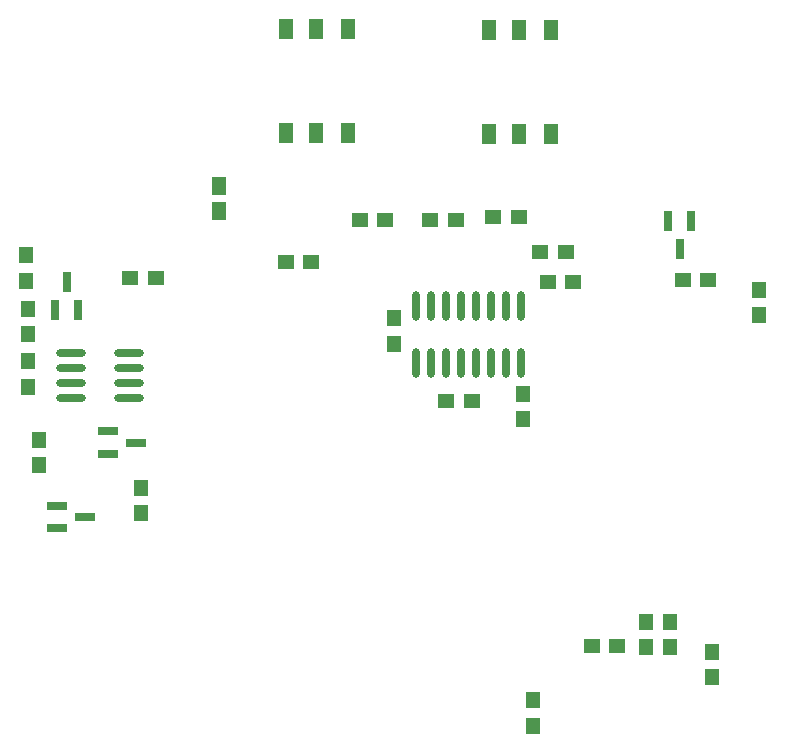
<source format=gbp>
%FSLAX24Y24*%
%MOIN*%
G70*
G01*
G75*
G04 Layer_Color=128*
%ADD10R,0.0650X0.0315*%
%ADD11R,0.0571X0.0512*%
%ADD12R,0.0512X0.0571*%
%ADD13R,0.0315X0.0650*%
%ADD14R,0.0079X0.0827*%
%ADD15R,0.4134X0.3386*%
%ADD16R,0.0433X0.1378*%
%ADD17C,0.0079*%
%ADD18C,0.0098*%
%ADD19C,0.0118*%
%ADD20C,0.0787*%
%ADD21C,0.1142*%
%ADD22R,0.0591X0.0591*%
%ADD23C,0.0591*%
%ADD24C,0.0984*%
%ADD25O,0.1004X0.0984*%
%ADD26C,0.0630*%
%ADD27C,0.0669*%
%ADD28C,0.0665*%
%ADD29R,0.0665X0.0665*%
%ADD30C,0.1874*%
%ADD31C,0.0512*%
%ADD32C,0.3307*%
%ADD33C,0.0236*%
%ADD34R,0.0472X0.0709*%
%ADD35R,0.0472X0.0650*%
%ADD36R,0.0512X0.0591*%
%ADD37O,0.0276X0.0984*%
%ADD38O,0.0984X0.0276*%
%ADD39C,0.0100*%
%ADD40R,0.0730X0.0395*%
%ADD41R,0.0651X0.0592*%
%ADD42R,0.0592X0.0651*%
%ADD43R,0.0395X0.0730*%
%ADD44R,0.0159X0.0907*%
%ADD45R,0.4214X0.3466*%
%ADD46R,0.0513X0.1458*%
%ADD47C,0.0867*%
%ADD48C,0.1222*%
%ADD49R,0.0671X0.0671*%
%ADD50C,0.0671*%
%ADD51C,0.1064*%
%ADD52O,0.1084X0.1064*%
%ADD53C,0.0710*%
%ADD54C,0.0749*%
%ADD55C,0.0745*%
%ADD56R,0.0745X0.0745*%
%ADD57C,0.1954*%
%ADD58C,0.0592*%
%ADD59C,0.3387*%
%ADD60C,0.0316*%
%ADD61R,0.0552X0.0789*%
%ADD62R,0.0552X0.0730*%
%ADD63R,0.0592X0.0671*%
%ADD64O,0.0356X0.1064*%
%ADD65O,0.1064X0.0356*%
D10*
X21180Y28996D02*
D03*
X20260Y28626D02*
D03*
Y29376D02*
D03*
X19476Y26504D02*
D03*
X18556Y26134D02*
D03*
Y26884D02*
D03*
D11*
X34909Y34362D02*
D03*
X35755D02*
D03*
X32381Y30378D02*
D03*
X31535D02*
D03*
X35514Y35351D02*
D03*
X34668D02*
D03*
X31839Y36424D02*
D03*
X30993D02*
D03*
X33095Y36512D02*
D03*
X33941D02*
D03*
X28645Y36432D02*
D03*
X29491D02*
D03*
X21845Y34498D02*
D03*
X20999D02*
D03*
X26177Y35000D02*
D03*
X27023D02*
D03*
X36377Y22200D02*
D03*
X37223D02*
D03*
X39411Y34420D02*
D03*
X40257D02*
D03*
D12*
X34072Y29775D02*
D03*
Y30621D02*
D03*
X29772Y33137D02*
D03*
Y32291D02*
D03*
X17532Y35239D02*
D03*
Y34393D02*
D03*
X17942Y28249D02*
D03*
Y29095D02*
D03*
X17594Y32619D02*
D03*
Y33465D02*
D03*
Y30861D02*
D03*
Y31707D02*
D03*
X21344Y27497D02*
D03*
Y26651D02*
D03*
X39000Y23023D02*
D03*
Y22177D02*
D03*
X38200Y23023D02*
D03*
Y22177D02*
D03*
X41952Y33233D02*
D03*
Y34079D02*
D03*
X40400Y22023D02*
D03*
Y21177D02*
D03*
X34422Y20411D02*
D03*
Y19565D02*
D03*
D13*
X18882Y34350D02*
D03*
X19252Y33430D02*
D03*
X18502D02*
D03*
X39304Y35446D02*
D03*
X38934Y36366D02*
D03*
X39684D02*
D03*
D34*
X26179Y42790D02*
D03*
X27179D02*
D03*
X28249D02*
D03*
X35035Y42762D02*
D03*
X33965D02*
D03*
X32965D02*
D03*
D35*
X28249Y39306D02*
D03*
X27179D02*
D03*
X26179D02*
D03*
X32965Y39278D02*
D03*
X33965D02*
D03*
X35035D02*
D03*
D36*
X23946Y37549D02*
D03*
Y36720D02*
D03*
D37*
X30527Y33563D02*
D03*
X31027D02*
D03*
X31527D02*
D03*
X32027D02*
D03*
X32527D02*
D03*
X33027D02*
D03*
X33527D02*
D03*
X34027D02*
D03*
X30527Y31634D02*
D03*
X31027D02*
D03*
X31527D02*
D03*
X32027D02*
D03*
X32527D02*
D03*
X33027D02*
D03*
X33527D02*
D03*
X34027D02*
D03*
D38*
X19015Y30470D02*
D03*
Y30970D02*
D03*
Y31470D02*
D03*
Y31970D02*
D03*
X20945Y30470D02*
D03*
Y30970D02*
D03*
Y31470D02*
D03*
Y31970D02*
D03*
M02*

</source>
